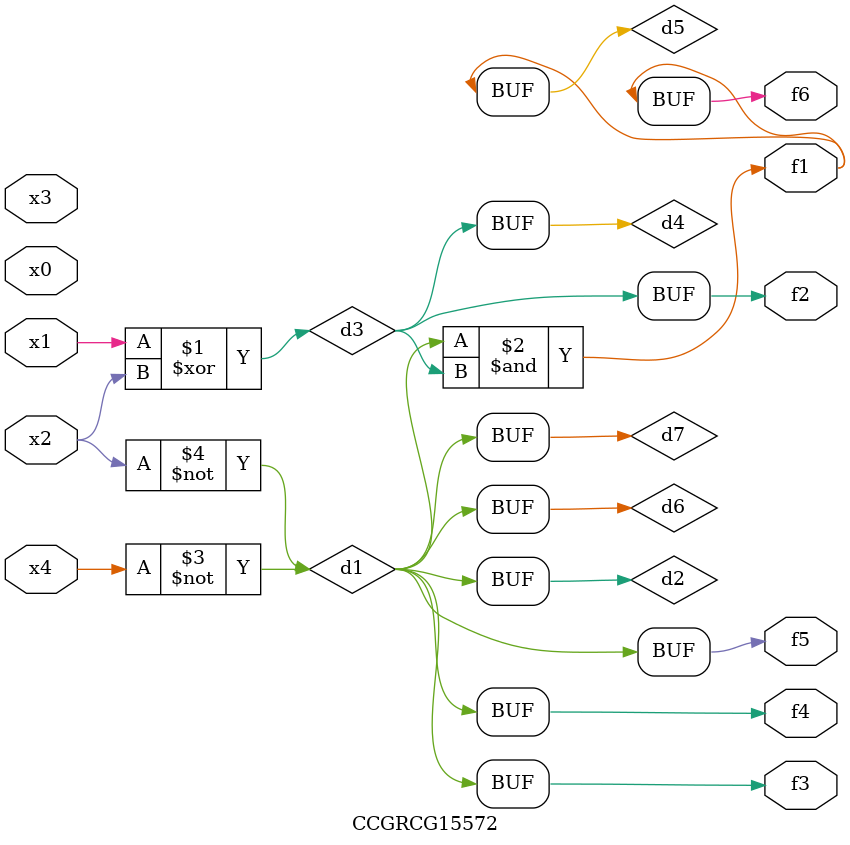
<source format=v>
module CCGRCG15572(
	input x0, x1, x2, x3, x4,
	output f1, f2, f3, f4, f5, f6
);

	wire d1, d2, d3, d4, d5, d6, d7;

	not (d1, x4);
	not (d2, x2);
	xor (d3, x1, x2);
	buf (d4, d3);
	and (d5, d1, d3);
	buf (d6, d1, d2);
	buf (d7, d2);
	assign f1 = d5;
	assign f2 = d4;
	assign f3 = d7;
	assign f4 = d7;
	assign f5 = d7;
	assign f6 = d5;
endmodule

</source>
